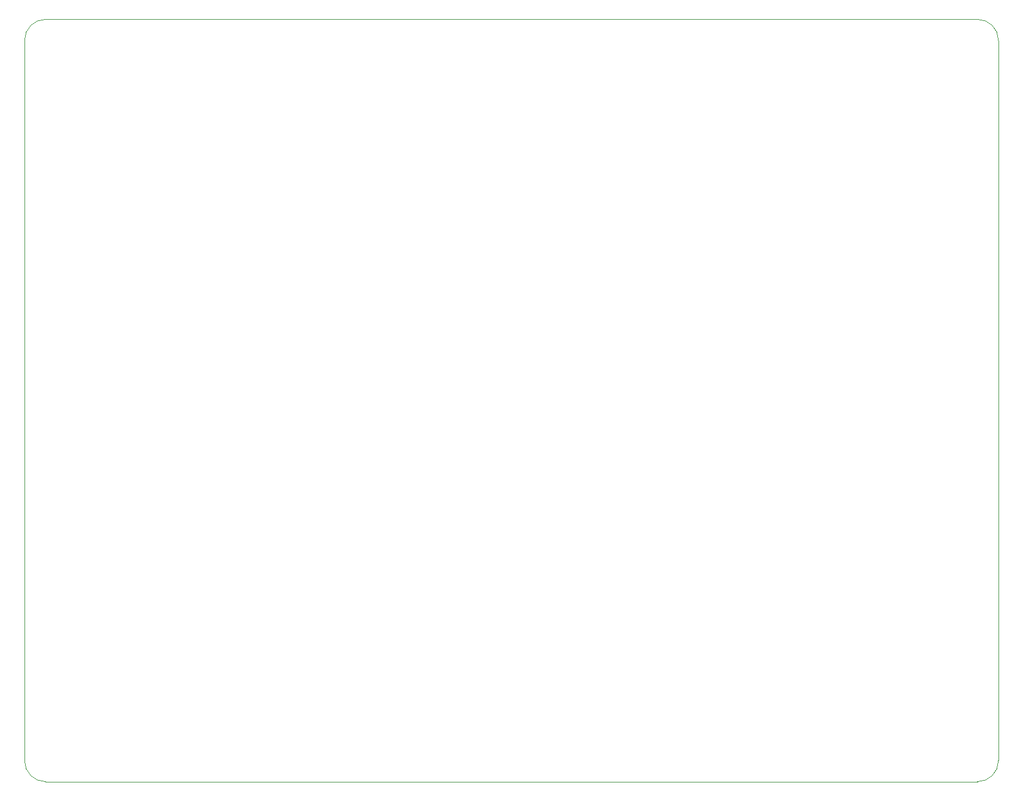
<source format=gbr>
%TF.GenerationSoftware,KiCad,Pcbnew,(5.1.10-1-10_14)*%
%TF.CreationDate,2021-07-27T16:47:55+08:00*%
%TF.ProjectId,mySTM32,6d795354-4d33-4322-9e6b-696361645f70,rev?*%
%TF.SameCoordinates,Original*%
%TF.FileFunction,Profile,NP*%
%FSLAX46Y46*%
G04 Gerber Fmt 4.6, Leading zero omitted, Abs format (unit mm)*
G04 Created by KiCad (PCBNEW (5.1.10-1-10_14)) date 2021-07-27 16:47:55*
%MOMM*%
%LPD*%
G01*
G04 APERTURE LIST*
%TA.AperFunction,Profile*%
%ADD10C,0.050000*%
%TD*%
G04 APERTURE END LIST*
D10*
X33000000Y-138000000D02*
G75*
G02*
X30000000Y-135000000I0J3000000D01*
G01*
X30000000Y-33000000D02*
G75*
G02*
X33000000Y-30000000I3000000J0D01*
G01*
X168000000Y-135000000D02*
G75*
G02*
X165000000Y-138000000I-3000000J0D01*
G01*
X165000000Y-30000000D02*
G75*
G02*
X168000000Y-33000000I0J-3000000D01*
G01*
X30000000Y-33000000D02*
X30000000Y-135000000D01*
X33000000Y-138000000D02*
X165000000Y-138000000D01*
X168000000Y-33000000D02*
X168000000Y-135000000D01*
X33000000Y-30000000D02*
X165000000Y-30000000D01*
M02*

</source>
